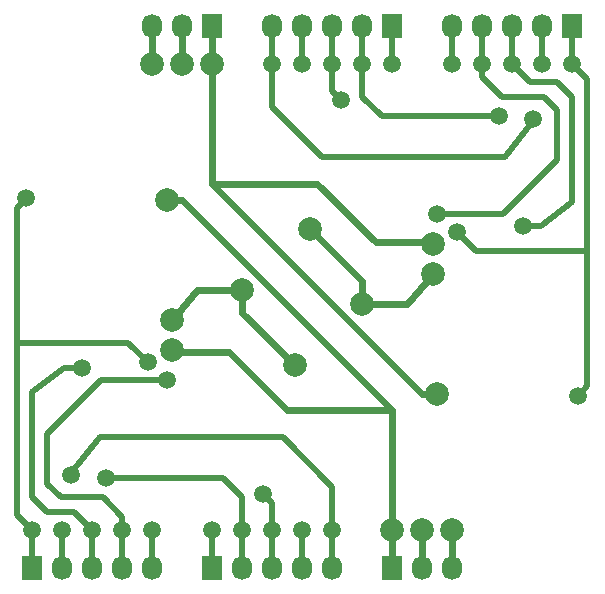
<source format=gbl>
G04 #@! TF.FileFunction,Copper,L2,Bot,Signal*
%FSLAX46Y46*%
G04 Gerber Fmt 4.6, Leading zero omitted, Abs format (unit mm)*
G04 Created by KiCad (PCBNEW 4.0.5) date 03/25/17 21:50:00*
%MOMM*%
%LPD*%
G01*
G04 APERTURE LIST*
%ADD10C,0.100000*%
%ADD11R,1.727200X2.032000*%
%ADD12O,1.727200X2.032000*%
%ADD13C,2.000000*%
%ADD14C,1.500000*%
%ADD15C,0.600000*%
%ADD16C,0.500000*%
G04 APERTURE END LIST*
D10*
D11*
X71247000Y-50609500D03*
D12*
X68707000Y-50609500D03*
X66167000Y-50609500D03*
D11*
X86487000Y-50609500D03*
D12*
X83947000Y-50609500D03*
X81407000Y-50609500D03*
X78867000Y-50609500D03*
X76327000Y-50609500D03*
D11*
X101727000Y-50609500D03*
D12*
X99187000Y-50609500D03*
X96647000Y-50609500D03*
X94107000Y-50609500D03*
X91567000Y-50609500D03*
D11*
X56007000Y-96456500D03*
D12*
X58547000Y-96456500D03*
X61087000Y-96456500D03*
X63627000Y-96456500D03*
X66167000Y-96456500D03*
D11*
X71247000Y-96456500D03*
D12*
X73787000Y-96456500D03*
X76327000Y-96456500D03*
X78867000Y-96456500D03*
X81407000Y-96456500D03*
D11*
X86487000Y-96456500D03*
D12*
X89027000Y-96456500D03*
X91567000Y-96456500D03*
D13*
X89916000Y-71564500D03*
X83947000Y-74104500D03*
X66167000Y-53784500D03*
X79502000Y-67754500D03*
X78232000Y-79311500D03*
X91567000Y-93281500D03*
X73787000Y-72961500D03*
X67818000Y-75501500D03*
X68707000Y-53784500D03*
X89027000Y-93281500D03*
X71247000Y-53784500D03*
X90297000Y-81724500D03*
X89916000Y-69024500D03*
X67818000Y-78041500D03*
X67437000Y-65341500D03*
X86487000Y-93281500D03*
D14*
X86487000Y-53784500D03*
X71247000Y-93281500D03*
X76327000Y-53784500D03*
X98425000Y-58483500D03*
X59309000Y-88582500D03*
X81407000Y-93281500D03*
X83947000Y-53784500D03*
X95504000Y-58229500D03*
X62230000Y-88836500D03*
X73787000Y-93281500D03*
X99187000Y-53784500D03*
X58547000Y-93281500D03*
X91567000Y-53784500D03*
X66167000Y-93281500D03*
X101727000Y-53784500D03*
X91948000Y-68008500D03*
X102235000Y-81915000D03*
X55499000Y-65151000D03*
X65786000Y-79057500D03*
X56007000Y-93281500D03*
X94107000Y-53784500D03*
X90297000Y-66484500D03*
X67437000Y-80581500D03*
X63627000Y-93281500D03*
X78867000Y-53784500D03*
X78867000Y-93281500D03*
X81407000Y-53784500D03*
X82169000Y-56832500D03*
X75565000Y-90233500D03*
X76327000Y-93281500D03*
X96647000Y-53784500D03*
X97536000Y-67500500D03*
X60198000Y-79565500D03*
X61087000Y-93281500D03*
D15*
X89916000Y-71564500D02*
X87757000Y-74104500D01*
X87757000Y-74104500D02*
X83947000Y-74104500D01*
X83947000Y-74104500D02*
X83947000Y-72199500D01*
X66167000Y-50609500D02*
X66167000Y-53784500D01*
X83947000Y-72199500D02*
X79502000Y-67754500D01*
X73787000Y-74866500D02*
X78232000Y-79311500D01*
X91567000Y-96456500D02*
X91567000Y-93281500D01*
X73787000Y-72961500D02*
X73787000Y-74866500D01*
X69977000Y-72961500D02*
X73787000Y-72961500D01*
X67818000Y-75501500D02*
X69977000Y-72961500D01*
X68707000Y-53784500D02*
X68707000Y-50609500D01*
X89027000Y-93281500D02*
X89027000Y-96456500D01*
X71247000Y-50609500D02*
X71247000Y-53784500D01*
X71247000Y-63944500D02*
X71247000Y-63944500D01*
X71247000Y-63944500D02*
X71247000Y-53784500D01*
X90297000Y-81724500D02*
X89027000Y-81724500D01*
X89027000Y-81724500D02*
X71247000Y-63944500D01*
X89827100Y-68897500D02*
X85090000Y-68897500D01*
X89916000Y-69024500D02*
X89827100Y-68897500D01*
X80137000Y-63944500D02*
X71247000Y-63944500D01*
X85090000Y-68897500D02*
X80137000Y-63944500D01*
X72644000Y-78168500D02*
X77597000Y-83121500D01*
X77597000Y-83121500D02*
X86487000Y-83121500D01*
X67818000Y-78041500D02*
X67906900Y-78168500D01*
X67906900Y-78168500D02*
X72644000Y-78168500D01*
X68707000Y-65341500D02*
X86487000Y-83121500D01*
X67437000Y-65341500D02*
X68707000Y-65341500D01*
X86487000Y-83121500D02*
X86487000Y-93281500D01*
X86487000Y-83121500D02*
X86487000Y-83121500D01*
X86487000Y-96456500D02*
X86487000Y-93281500D01*
D16*
X86487000Y-53784500D02*
X86487000Y-50609500D01*
X71247000Y-93281500D02*
X71247000Y-96456500D01*
X76327000Y-53784500D02*
X76327000Y-50609500D01*
X76327000Y-57467500D02*
X80518000Y-61658500D01*
X80518000Y-61658500D02*
X96012000Y-61658500D01*
X96012000Y-61658500D02*
X98425000Y-58610500D01*
X98425000Y-58610500D02*
X98425000Y-58483500D01*
X76327000Y-53784500D02*
X76327000Y-57467500D01*
X81407000Y-93281500D02*
X81407000Y-89598500D01*
X59309000Y-88455500D02*
X59309000Y-88582500D01*
X61722000Y-85407500D02*
X59309000Y-88455500D01*
X77216000Y-85407500D02*
X61722000Y-85407500D01*
X81407000Y-89598500D02*
X77216000Y-85407500D01*
X81407000Y-93281500D02*
X81407000Y-96456500D01*
X83947000Y-50609500D02*
X83947000Y-53784500D01*
X95504000Y-58229500D02*
X85598000Y-58229500D01*
X85598000Y-58229500D02*
X83947000Y-56578500D01*
X83947000Y-56578500D02*
X83947000Y-53784500D01*
X73787000Y-90487500D02*
X73787000Y-93281500D01*
X72136000Y-88836500D02*
X73787000Y-90487500D01*
X62230000Y-88836500D02*
X72136000Y-88836500D01*
X73787000Y-96456500D02*
X73787000Y-93281500D01*
X99187000Y-50609500D02*
X99187000Y-53784500D01*
X58547000Y-96456500D02*
X58547000Y-93281500D01*
X91567000Y-50609500D02*
X91567000Y-53784500D01*
X66167000Y-96456500D02*
X66167000Y-93281500D01*
X101727000Y-53784500D02*
X101727000Y-50609500D01*
X102997000Y-67754500D02*
X102997000Y-55054500D01*
X102997000Y-69024500D02*
X102997000Y-67754500D01*
X102997000Y-69659500D02*
X102997000Y-69024500D01*
X102997000Y-55054500D02*
X101727000Y-53784500D01*
X91948000Y-68008500D02*
X93599000Y-69659500D01*
X93599000Y-69659500D02*
X102997000Y-69659500D01*
X102235000Y-81915000D02*
X102235000Y-81851500D01*
X102235000Y-81851500D02*
X102266750Y-81819750D01*
X102997000Y-81089500D02*
X102997000Y-70294500D01*
X102997000Y-69659500D02*
X102997000Y-70294500D01*
X102266750Y-81819750D02*
X102997000Y-81089500D01*
X55467250Y-65246250D02*
X54737000Y-65976500D01*
X54737000Y-77406500D02*
X54737000Y-76771500D01*
X54737000Y-65976500D02*
X54737000Y-76771500D01*
X55499000Y-65214500D02*
X55467250Y-65246250D01*
X55499000Y-65151000D02*
X55499000Y-65214500D01*
X64135000Y-77406500D02*
X54737000Y-77406500D01*
X65786000Y-79057500D02*
X64135000Y-77406500D01*
X54737000Y-92011500D02*
X56007000Y-93281500D01*
X54737000Y-77406500D02*
X54737000Y-78041500D01*
X54737000Y-78041500D02*
X54737000Y-79311500D01*
X54737000Y-79311500D02*
X54737000Y-92011500D01*
X56007000Y-93281500D02*
X56007000Y-96456500D01*
X94107000Y-50609500D02*
X94107000Y-53784500D01*
X94107000Y-54927500D02*
X95758000Y-56578500D01*
X95758000Y-56578500D02*
X99314000Y-56578500D01*
X99314000Y-56578500D02*
X100457000Y-57721500D01*
X100457000Y-57721500D02*
X100457000Y-61912500D01*
X100457000Y-61912500D02*
X95885000Y-66484500D01*
X95885000Y-66484500D02*
X90297000Y-66484500D01*
X90297000Y-66484500D02*
X90297000Y-66484500D01*
X94107000Y-53784500D02*
X94107000Y-54927500D01*
X63627000Y-93281500D02*
X63627000Y-92138500D01*
X67437000Y-80581500D02*
X67437000Y-80581500D01*
X61849000Y-80581500D02*
X67437000Y-80581500D01*
X57277000Y-85153500D02*
X61849000Y-80581500D01*
X57277000Y-89344500D02*
X57277000Y-85153500D01*
X58420000Y-90487500D02*
X57277000Y-89344500D01*
X61976000Y-90487500D02*
X58420000Y-90487500D01*
X63627000Y-92138500D02*
X61976000Y-90487500D01*
X63627000Y-96456500D02*
X63627000Y-93281500D01*
X78867000Y-50609500D02*
X78867000Y-53784500D01*
X78867000Y-96456500D02*
X78867000Y-93281500D01*
X81407000Y-53784500D02*
X81407000Y-50609500D01*
X81407000Y-56070500D02*
X82169000Y-56832500D01*
X81407000Y-53784500D02*
X81407000Y-56070500D01*
X76327000Y-93281500D02*
X76327000Y-90995500D01*
X76327000Y-90995500D02*
X75565000Y-90233500D01*
X76327000Y-93281500D02*
X76327000Y-96456500D01*
X96647000Y-53784500D02*
X96647000Y-50609500D01*
X98171000Y-55308500D02*
X100457000Y-55308500D01*
X100457000Y-55308500D02*
X101727000Y-56578500D01*
X101727000Y-56578500D02*
X101727000Y-65468500D01*
X101727000Y-65468500D02*
X99060000Y-67500500D01*
X99060000Y-67500500D02*
X97536000Y-67500500D01*
X96647000Y-53784500D02*
X98171000Y-55308500D01*
X61087000Y-93281500D02*
X59563000Y-91757500D01*
X58674000Y-79565500D02*
X60198000Y-79565500D01*
X56007000Y-81597500D02*
X58674000Y-79565500D01*
X56007000Y-90487500D02*
X56007000Y-81597500D01*
X57277000Y-91757500D02*
X56007000Y-90487500D01*
X59563000Y-91757500D02*
X57277000Y-91757500D01*
X61087000Y-93281500D02*
X61087000Y-96456500D01*
M02*

</source>
